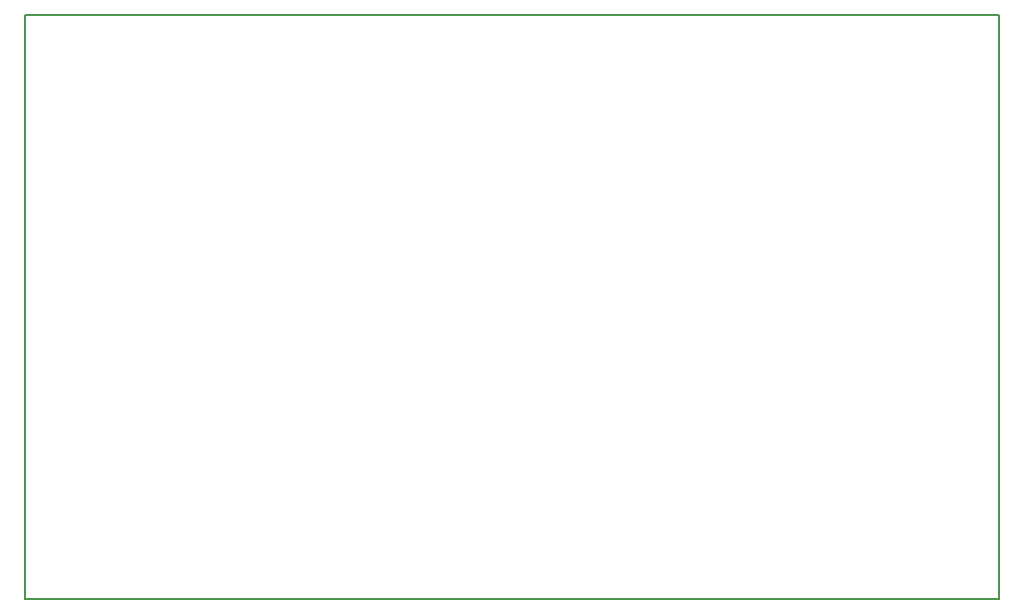
<source format=gbr>
G04 #@! TF.FileFunction,Profile,NP*
%FSLAX46Y46*%
G04 Gerber Fmt 4.6, Leading zero omitted, Abs format (unit mm)*
G04 Created by KiCad (PCBNEW 4.0.7) date 01/15/18 20:31:51*
%MOMM*%
%LPD*%
G01*
G04 APERTURE LIST*
%ADD10C,0.100000*%
%ADD11C,0.150000*%
G04 APERTURE END LIST*
D10*
D11*
X44450000Y-111760000D02*
X44450000Y-62230000D01*
X127000000Y-111760000D02*
X44450000Y-111760000D01*
X127000000Y-62230000D02*
X127000000Y-111760000D01*
X44450000Y-62230000D02*
X127000000Y-62230000D01*
M02*

</source>
